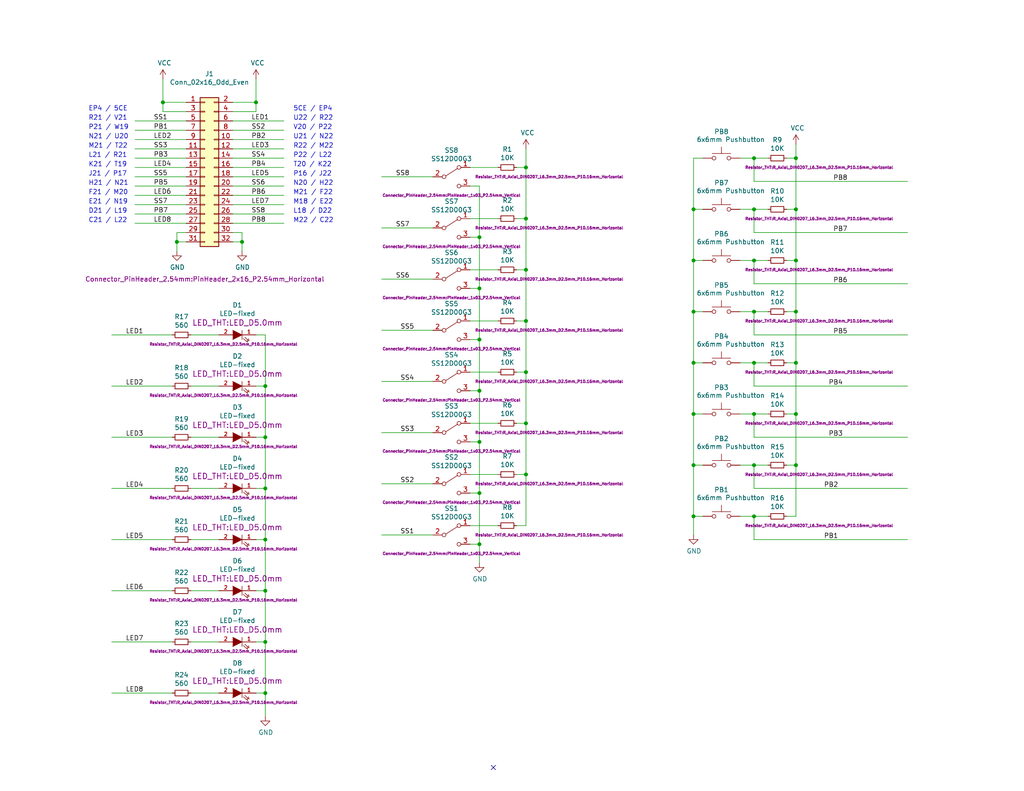
<source format=kicad_sch>
(kicad_sch (version 20211123) (generator eeschema)
  (paper "A")
  (title_block (title "LEDS-SWITCHES_2") (date "2022-05-25") (rev "1") (company "land-boards.com"))
  (lib_symbols
    (symbol "Connector_Generic:Conn_02x16_Odd_Even" (pin_names (offset 1.016) hide)
      (property "Reference" "J" (at 1.27 20.32 0))
      (property "Value" "Conn_02x16_Odd_Even" (at 1.27 -22.86 0))
      (symbol "Conn_02x16_Odd_Even_1_1"
        (rectangle (start -1.27 -20.193) (end 0 -20.447) (stroke (width 0.1524)))
        (rectangle (start -1.27 -17.653) (end 0 -17.907) (stroke (width 0.1524)))
        (rectangle (start -1.27 -15.113) (end 0 -15.367) (stroke (width 0.1524)))
        (rectangle (start -1.27 -12.573) (end 0 -12.827) (stroke (width 0.1524)))
        (rectangle (start -1.27 -10.033) (end 0 -10.287) (stroke (width 0.1524)))
        (rectangle (start -1.27 -7.493) (end 0 -7.747) (stroke (width 0.1524)))
        (rectangle (start -1.27 -4.953) (end 0 -5.207) (stroke (width 0.1524)))
        (rectangle (start -1.27 -2.413) (end 0 -2.667) (stroke (width 0.1524)))
        (rectangle (start -1.27 0.127) (end 0 -0.127) (stroke (width 0.1524)))
        (rectangle (start -1.27 2.667) (end 0 2.413) (stroke (width 0.1524)))
        (rectangle (start -1.27 5.207) (end 0 4.953) (stroke (width 0.1524)))
        (rectangle (start -1.27 7.747) (end 0 7.493) (stroke (width 0.1524)))
        (rectangle (start -1.27 10.287) (end 0 10.033) (stroke (width 0.1524)))
        (rectangle (start -1.27 12.827) (end 0 12.573) (stroke (width 0.1524)))
        (rectangle (start -1.27 15.367) (end 0 15.113) (stroke (width 0.1524)))
        (rectangle (start -1.27 17.907) (end 0 17.653) (stroke (width 0.1524)))
        (rectangle (start -1.27 19.05) (end 3.81 -21.59) (stroke (width 0.254)) (fill (type background)))
        (rectangle (start 3.81 -20.193) (end 2.54 -20.447) (stroke (width 0.1524)))
        (rectangle (start 3.81 -17.653) (end 2.54 -17.907) (stroke (width 0.1524)))
        (rectangle (start 3.81 -15.113) (end 2.54 -15.367) (stroke (width 0.1524)))
        (rectangle (start 3.81 -12.573) (end 2.54 -12.827) (stroke (width 0.1524)))
        (rectangle (start 3.81 -10.033) (end 2.54 -10.287) (stroke (width 0.1524)))
        (rectangle (start 3.81 -7.493) (end 2.54 -7.747) (stroke (width 0.1524)))
        (rectangle (start 3.81 -4.953) (end 2.54 -5.207) (stroke (width 0.1524)))
        (rectangle (start 3.81 -2.413) (end 2.54 -2.667) (stroke (width 0.1524)))
        (rectangle (start 3.81 0.127) (end 2.54 -0.127) (stroke (width 0.1524)))
        (rectangle (start 3.81 2.667) (end 2.54 2.413) (stroke (width 0.1524)))
        (rectangle (start 3.81 5.207) (end 2.54 4.953) (stroke (width 0.1524)))
        (rectangle (start 3.81 7.747) (end 2.54 7.493) (stroke (width 0.1524)))
        (rectangle (start 3.81 10.287) (end 2.54 10.033) (stroke (width 0.1524)))
        (rectangle (start 3.81 12.827) (end 2.54 12.573) (stroke (width 0.1524)))
        (rectangle (start 3.81 15.367) (end 2.54 15.113) (stroke (width 0.1524)))
        (rectangle (start 3.81 17.907) (end 2.54 17.653) (stroke (width 0.1524)))
        (pin passive line (at -5.08 17.78 0) (length 3.81) (name "Pin_1") (number "1"))
        (pin passive line (at 7.62 7.62 180) (length 3.81) (name "Pin_10") (number "10"))
        (pin passive line (at -5.08 5.08 0) (length 3.81) (name "Pin_11") (number "11"))
        (pin passive line (at 7.62 5.08 180) (length 3.81) (name "Pin_12") (number "12"))
        (pin passive line (at -5.08 2.54 0) (length 3.81) (name "Pin_13") (number "13"))
        (pin passive line (at 7.62 2.54 180) (length 3.81) (name "Pin_14") (number "14"))
        (pin passive line (at -5.08 0 0) (length 3.81) (name "Pin_15") (number "15"))
        (pin passive line (at 7.62 0 180) (length 3.81) (name "Pin_16") (number "16"))
        (pin passive line (at -5.08 -2.54 0) (length 3.81) (name "Pin_17") (number "17"))
        (pin passive line (at 7.62 -2.54 180) (length 3.81) (name "Pin_18") (number "18"))
        (pin passive line (at -5.08 -5.08 0) (length 3.81) (name "Pin_19") (number "19"))
        (pin passive line (at 7.62 17.78 180) (length 3.81) (name "Pin_2") (number "2"))
        (pin passive line (at 7.62 -5.08 180) (length 3.81) (name "Pin_20") (number "20"))
        (pin passive line (at -5.08 -7.62 0) (length 3.81) (name "Pin_21") (number "21"))
        (pin passive line (at 7.62 -7.62 180) (length 3.81) (name "Pin_22") (number "22"))
        (pin passive line (at -5.08 -10.16 0) (length 3.81) (name "Pin_23") (number "23"))
        (pin passive line (at 7.62 -10.16 180) (length 3.81) (name "Pin_24") (number "24"))
        (pin passive line (at -5.08 -12.7 0) (length 3.81) (name "Pin_25") (number "25"))
        (pin passive line (at 7.62 -12.7 180) (length 3.81) (name "Pin_26") (number "26"))
        (pin passive line (at -5.08 -15.24 0) (length 3.81) (name "Pin_27") (number "27"))
        (pin passive line (at 7.62 -15.24 180) (length 3.81) (name "Pin_28") (number "28"))
        (pin passive line (at -5.08 -17.78 0) (length 3.81) (name "Pin_29") (number "29"))
        (pin passive line (at -5.08 15.24 0) (length 3.81) (name "Pin_3") (number "3"))
        (pin passive line (at 7.62 -17.78 180) (length 3.81) (name "Pin_30") (number "30"))
        (pin passive line (at -5.08 -20.32 0) (length 3.81) (name "Pin_31") (number "31"))
        (pin passive line (at 7.62 -20.32 180) (length 3.81) (name "Pin_32") (number "32"))
        (pin passive line (at 7.62 15.24 180) (length 3.81) (name "Pin_4") (number "4"))
        (pin passive line (at -5.08 12.7 0) (length 3.81) (name "Pin_5") (number "5"))
        (pin passive line (at 7.62 12.7 180) (length 3.81) (name "Pin_6") (number "6"))
        (pin passive line (at -5.08 10.16 0) (length 3.81) (name "Pin_7") (number "7"))
        (pin passive line (at 7.62 10.16 180) (length 3.81) (name "Pin_8") (number "8"))
        (pin passive line (at -5.08 7.62 0) (length 3.81) (name "Pin_9") (number "9"))
      )
    )
    (symbol "Device:R_Small" (pin_numbers hide) (pin_names (offset 0.254) hide)
      (property "Reference" "R" (at 0.762 0.508 0))
      (property "Value" "R_Small" (at 0.762 -1.016 0))
      (symbol "R_Small_0_1"
        (rectangle (start -0.762 1.778) (end 0.762 -1.778) (stroke (width 0.2032)))
      )
      (symbol "R_Small_1_1"
        (pin passive line (at 0 2.54 270) (length 0.762) (name "~") (number "1"))
        (pin passive line (at 0 -2.54 90) (length 0.762) (name "~") (number "2"))
      )
    )
    (symbol "LandBoards:COUPON" (pin_names (offset 1.016))
      (property "Reference" "COUP?" (at 0 0 0))
      (property "Value" "COUPON" (at 0 0 0))
      (symbol "COUPON_0_1"
        (rectangle (start -5.08 0) (end 5.08 6.35))
      )
    )
    (symbol "LandBoards:MTG_HOLE" (pin_names (offset 1.016))
      (property "Reference" "MTG?" (at 0 2.54 0))
      (property "Value" "MTG_HOLE" (at 0 -2.54 0))
      (symbol "MTG_HOLE_0_1"
        (rectangle (start -1.27 -1.27) (end 1.27 -1.27))
        (rectangle (start -1.27 1.27) (end -1.27 -1.27))
        (rectangle (start 1.27 1.27) (end -1.27 1.27))
        (rectangle (start 1.27 1.27) (end 1.27 -1.27))
      )
    )
    (symbol "LandBoards_Semis:LED-fixed" (pin_names (offset 1.016) hide)
      (property "Reference" "D" (at 0 2.54 0))
      (property "Value" "LED-fixed" (at 0 -2.54 0))
      (symbol "LED-fixed_0_1"
        (polyline (pts (xy 1.27 1.27) (xy 1.27 -1.27)))
        (polyline (pts (xy -1.27 1.27) (xy 1.27 0) (xy -1.27 -1.27)) (fill (type outline)))
        (polyline (pts (xy 1.651 -1.016) (xy 2.794 -2.032) (xy 2.667 -1.397)))
        (polyline (pts (xy 2.032 -0.635) (xy 3.175 -1.651) (xy 3.048 -1.016)))
      )
      (symbol "LED-fixed_1_1"
        (pin passive line (at 5.08 0 180) (length 3.81) (name "K") (number "1"))
        (pin passive line (at -5.08 0 0) (length 3.81) (name "A") (number "2"))
      )
    )
    (symbol "Switch:SW_Push" (pin_numbers hide) (pin_names (offset 1.016) hide)
      (property "Reference" "SW" (at 1.27 2.54 0))
      (property "Value" "SW_Push" (at 0 -1.524 0))
      (symbol "SW_Push_0_1"
        (circle (center -2.032 0) (radius 0.508))
        (polyline (pts (xy 0 1.27) (xy 0 3.048)))
        (polyline (pts (xy 2.54 1.27) (xy -2.54 1.27)))
        (circle (center 2.032 0) (radius 0.508))
        (pin passive line (at -5.08 0 0) (length 2.54) (name "1") (number "1"))
        (pin passive line (at 5.08 0 180) (length 2.54) (name "2") (number "2"))
      )
    )
    (symbol "Switch:SW_SPDT" (pin_names (offset 0) hide)
      (property "Reference" "SW" (at 0 4.318 0))
      (property "Value" "SW_SPDT" (at 0 -5.08 0))
      (symbol "SW_SPDT_0_0"
        (circle (center -2.032 0) (radius 0.508))
        (circle (center 2.032 -2.54) (radius 0.508))
      )
      (symbol "SW_SPDT_0_1"
        (polyline (pts (xy -1.524 0.254) (xy 1.651 2.286)))
        (circle (center 2.032 2.54) (radius 0.508))
      )
      (symbol "SW_SPDT_1_1"
        (pin passive line (at 5.08 2.54 180) (length 2.54) (name "A") (number "1"))
        (pin passive line (at -5.08 0 0) (length 2.54) (name "B") (number "2"))
        (pin passive line (at 5.08 -2.54 180) (length 2.54) (name "C") (number "3"))
      )
    )
    (symbol "power:GND" (power) (pin_names (offset 0))
      (property "Value" "GND" (at 0 -3.81 0))
      (symbol "GND_0_1"
        (polyline (pts (xy 0 0) (xy 0 -1.27) (xy 1.27 -1.27) (xy 0 -2.54) (xy -1.27 -1.27) (xy 0 -1.27)))
      )
      (symbol "GND_1_1"
        (pin power_in line (at 0 0 270) (length 0) hide (name "GND") (number "1"))
      )
    )
    (symbol "power:VCC" (power) (pin_names (offset 0))
      (property "Value" "VCC" (at 0 3.81 0))
      (symbol "VCC_0_1"
        (polyline (pts (xy -0.762 1.27) (xy 0 2.54)))
        (polyline (pts (xy 0 0) (xy 0 2.54)))
        (polyline (pts (xy 0 2.54) (xy 0.762 1.27)))
      )
      (symbol "VCC_1_1"
        (pin power_in line (at 0 0 90) (length 0) hide (name "VCC") (number "1"))
      )
    )
  )
  (junction (at 189.23 140.97))
  (junction (at 72.39 175.26))
  (junction (at 217.17 127))
  (junction (at 205.74 140.97))
  (junction (at 189.23 113.03))
  (junction (at 143.51 115.57))
  (junction (at 44.45 27.94))
  (junction (at 72.39 189.23))
  (junction (at 69.85 27.94))
  (junction (at 217.17 99.06))
  (junction (at 143.51 87.63))
  (junction (at 189.23 99.06))
  (junction (at 205.74 43.18))
  (junction (at 130.81 92.71))
  (junction (at 205.74 71.12))
  (junction (at 217.17 85.09))
  (junction (at 217.17 71.12))
  (junction (at 205.74 85.09))
  (junction (at 72.39 161.29))
  (junction (at 48.26 66.04))
  (junction (at 217.17 113.03))
  (junction (at 205.74 99.06))
  (junction (at 72.39 133.35))
  (junction (at 130.81 64.77))
  (junction (at 143.51 73.66))
  (junction (at 189.23 85.09))
  (junction (at 217.17 43.18))
  (junction (at 72.39 119.38))
  (junction (at 130.81 134.62))
  (junction (at 143.51 129.54))
  (junction (at 189.23 127))
  (junction (at 143.51 45.72))
  (junction (at 72.39 147.32))
  (junction (at 130.81 106.68))
  (junction (at 205.74 127))
  (junction (at 217.17 57.15))
  (junction (at 130.81 78.74))
  (junction (at 189.23 57.15))
  (junction (at 130.81 148.59))
  (junction (at 130.81 120.65))
  (junction (at 66.04 66.04))
  (junction (at 72.39 105.41))
  (junction (at 143.51 59.69))
  (junction (at 189.23 71.12))
  (junction (at 143.51 101.6))
  (junction (at 205.74 57.15))
  (junction (at 205.74 113.03))
  (no_connect (at 134.62 209.55))
  (wire (pts (xy 140.97 87.63) (xy 143.51 87.63)))
  (wire (pts (xy 217.17 113.03) (xy 217.17 99.06)))
  (wire (pts (xy 130.81 148.59) (xy 130.81 153.67)))
  (wire (pts (xy 189.23 99.06) (xy 189.23 85.09)))
  (wire (pts (xy 143.51 73.66) (xy 143.51 59.69)))
  (wire (pts (xy 189.23 57.15) (xy 191.77 57.15)))
  (wire (pts (xy 128.27 64.77) (xy 130.81 64.77)))
  (wire (pts (xy 130.81 50.8) (xy 130.81 64.77)))
  (wire (pts (xy 118.11 62.23) (xy 104.14 62.23)))
  (wire (pts (xy 50.8 38.1) (xy 36.83 38.1)))
  (wire (pts (xy 104.14 132.08) (xy 118.11 132.08)))
  (wire (pts (xy 201.93 85.09) (xy 205.74 85.09)))
  (wire (pts (xy 205.74 99.06) (xy 205.74 105.41)))
  (wire (pts (xy 72.39 175.26) (xy 72.39 161.29)))
  (wire (pts (xy 140.97 143.51) (xy 143.51 143.51)))
  (wire (pts (xy 30.48 175.26) (xy 46.99 175.26)))
  (wire (pts (xy 205.74 43.18) (xy 209.55 43.18)))
  (wire (pts (xy 72.39 195.58) (xy 72.39 189.23)))
  (wire (pts (xy 201.93 113.03) (xy 205.74 113.03)))
  (wire (pts (xy 205.74 140.97) (xy 209.55 140.97)))
  (wire (pts (xy 205.74 105.41) (xy 247.65 105.41)))
  (wire (pts (xy 217.17 99.06) (xy 217.17 85.09)))
  (wire (pts (xy 201.93 99.06) (xy 205.74 99.06)))
  (wire (pts (xy 52.07 175.26) (xy 59.69 175.26)))
  (wire (pts (xy 52.07 91.44) (xy 59.69 91.44)))
  (wire (pts (xy 205.74 77.47) (xy 205.74 71.12)))
  (wire (pts (xy 189.23 113.03) (xy 189.23 99.06)))
  (wire (pts (xy 36.83 50.8) (xy 50.8 50.8)))
  (wire (pts (xy 63.5 60.96) (xy 77.47 60.96)))
  (wire (pts (xy 214.63 140.97) (xy 217.17 140.97)))
  (wire (pts (xy 36.83 53.34) (xy 50.8 53.34)))
  (wire (pts (xy 214.63 113.03) (xy 217.17 113.03)))
  (wire (pts (xy 72.39 147.32) (xy 72.39 133.35)))
  (wire (pts (xy 130.81 134.62) (xy 130.81 148.59)))
  (wire (pts (xy 50.8 30.48) (xy 44.45 30.48)))
  (wire (pts (xy 189.23 43.18) (xy 191.77 43.18)))
  (wire (pts (xy 77.47 35.56) (xy 63.5 35.56)))
  (wire (pts (xy 77.47 38.1) (xy 63.5 38.1)))
  (wire (pts (xy 69.85 147.32) (xy 72.39 147.32)))
  (wire (pts (xy 140.97 101.6) (xy 143.51 101.6)))
  (wire (pts (xy 52.07 161.29) (xy 59.69 161.29)))
  (wire (pts (xy 52.07 133.35) (xy 59.69 133.35)))
  (wire (pts (xy 189.23 146.05) (xy 189.23 140.97)))
  (wire (pts (xy 63.5 50.8) (xy 77.47 50.8)))
  (wire (pts (xy 247.65 133.35) (xy 205.74 133.35)))
  (wire (pts (xy 69.85 161.29) (xy 72.39 161.29)))
  (wire (pts (xy 69.85 91.44) (xy 72.39 91.44)))
  (wire (pts (xy 118.11 90.17) (xy 104.14 90.17)))
  (wire (pts (xy 140.97 45.72) (xy 143.51 45.72)))
  (wire (pts (xy 189.23 85.09) (xy 191.77 85.09)))
  (wire (pts (xy 128.27 148.59) (xy 130.81 148.59)))
  (wire (pts (xy 50.8 66.04) (xy 48.26 66.04)))
  (wire (pts (xy 69.85 133.35) (xy 72.39 133.35)))
  (wire (pts (xy 189.23 113.03) (xy 191.77 113.03)))
  (wire (pts (xy 30.48 161.29) (xy 46.99 161.29)))
  (wire (pts (xy 143.51 129.54) (xy 143.51 115.57)))
  (wire (pts (xy 36.83 48.26) (xy 50.8 48.26)))
  (wire (pts (xy 214.63 99.06) (xy 217.17 99.06)))
  (wire (pts (xy 247.65 77.47) (xy 205.74 77.47)))
  (wire (pts (xy 77.47 40.64) (xy 63.5 40.64)))
  (wire (pts (xy 50.8 27.94) (xy 44.45 27.94)))
  (wire (pts (xy 201.93 140.97) (xy 205.74 140.97)))
  (wire (pts (xy 205.74 91.44) (xy 205.74 85.09)))
  (wire (pts (xy 128.27 87.63) (xy 135.89 87.63)))
  (wire (pts (xy 63.5 48.26) (xy 77.47 48.26)))
  (wire (pts (xy 140.97 129.54) (xy 143.51 129.54)))
  (wire (pts (xy 189.23 140.97) (xy 189.23 127)))
  (wire (pts (xy 46.99 119.38) (xy 30.48 119.38)))
  (wire (pts (xy 59.69 147.32) (xy 52.07 147.32)))
  (wire (pts (xy 69.85 119.38) (xy 72.39 119.38)))
  (wire (pts (xy 217.17 140.97) (xy 217.17 127)))
  (wire (pts (xy 130.81 78.74) (xy 130.81 92.71)))
  (wire (pts (xy 69.85 105.41) (xy 72.39 105.41)))
  (wire (pts (xy 50.8 35.56) (xy 36.83 35.56)))
  (wire (pts (xy 72.39 161.29) (xy 72.39 147.32)))
  (wire (pts (xy 214.63 127) (xy 217.17 127)))
  (wire (pts (xy 36.83 55.88) (xy 50.8 55.88)))
  (wire (pts (xy 128.27 115.57) (xy 135.89 115.57)))
  (wire (pts (xy 130.81 106.68) (xy 130.81 120.65)))
  (wire (pts (xy 52.07 105.41) (xy 59.69 105.41)))
  (wire (pts (xy 214.63 57.15) (xy 217.17 57.15)))
  (wire (pts (xy 63.5 30.48) (xy 69.85 30.48)))
  (wire (pts (xy 30.48 147.32) (xy 46.99 147.32)))
  (wire (pts (xy 50.8 40.64) (xy 36.83 40.64)))
  (wire (pts (xy 36.83 60.96) (xy 50.8 60.96)))
  (wire (pts (xy 50.8 33.02) (xy 36.83 33.02)))
  (wire (pts (xy 143.51 101.6) (xy 143.51 87.63)))
  (wire (pts (xy 63.5 58.42) (xy 77.47 58.42)))
  (wire (pts (xy 46.99 91.44) (xy 30.48 91.44)))
  (wire (pts (xy 189.23 127) (xy 189.23 113.03)))
  (wire (pts (xy 128.27 106.68) (xy 130.81 106.68)))
  (wire (pts (xy 201.93 71.12) (xy 205.74 71.12)))
  (wire (pts (xy 247.65 147.32) (xy 205.74 147.32)))
  (wire (pts (xy 50.8 45.72) (xy 36.83 45.72)))
  (wire (pts (xy 128.27 73.66) (xy 135.89 73.66)))
  (wire (pts (xy 66.04 63.5) (xy 66.04 66.04)))
  (wire (pts (xy 247.65 49.53) (xy 205.74 49.53)))
  (wire (pts (xy 46.99 133.35) (xy 30.48 133.35)))
  (wire (pts (xy 69.85 175.26) (xy 72.39 175.26)))
  (wire (pts (xy 128.27 129.54) (xy 135.89 129.54)))
  (wire (pts (xy 128.27 120.65) (xy 130.81 120.65)))
  (wire (pts (xy 214.63 85.09) (xy 217.17 85.09)))
  (wire (pts (xy 30.48 189.23) (xy 46.99 189.23)))
  (wire (pts (xy 128.27 78.74) (xy 130.81 78.74)))
  (wire (pts (xy 247.65 91.44) (xy 205.74 91.44)))
  (wire (pts (xy 63.5 55.88) (xy 77.47 55.88)))
  (wire (pts (xy 140.97 115.57) (xy 143.51 115.57)))
  (wire (pts (xy 189.23 57.15) (xy 189.23 43.18)))
  (wire (pts (xy 72.39 119.38) (xy 72.39 105.41)))
  (wire (pts (xy 77.47 43.18) (xy 63.5 43.18)))
  (wire (pts (xy 72.39 133.35) (xy 72.39 119.38)))
  (wire (pts (xy 69.85 30.48) (xy 69.85 27.94)))
  (wire (pts (xy 189.23 140.97) (xy 191.77 140.97)))
  (wire (pts (xy 205.74 147.32) (xy 205.74 140.97)))
  (wire (pts (xy 50.8 63.5) (xy 48.26 63.5)))
  (wire (pts (xy 128.27 59.69) (xy 135.89 59.69)))
  (wire (pts (xy 205.74 57.15) (xy 209.55 57.15)))
  (wire (pts (xy 128.27 134.62) (xy 130.81 134.62)))
  (wire (pts (xy 130.81 64.77) (xy 130.81 78.74)))
  (wire (pts (xy 128.27 45.72) (xy 135.89 45.72)))
  (wire (pts (xy 130.81 92.71) (xy 130.81 106.68)))
  (wire (pts (xy 217.17 43.18) (xy 217.17 39.37)))
  (wire (pts (xy 143.51 143.51) (xy 143.51 129.54)))
  (wire (pts (xy 214.63 71.12) (xy 217.17 71.12)))
  (wire (pts (xy 72.39 105.41) (xy 72.39 91.44)))
  (wire (pts (xy 217.17 85.09) (xy 217.17 71.12)))
  (wire (pts (xy 217.17 71.12) (xy 217.17 57.15)))
  (wire (pts (xy 118.11 48.26) (xy 104.14 48.26)))
  (wire (pts (xy 77.47 45.72) (xy 63.5 45.72)))
  (wire (pts (xy 205.74 71.12) (xy 209.55 71.12)))
  (wire (pts (xy 128.27 50.8) (xy 130.81 50.8)))
  (wire (pts (xy 36.83 58.42) (xy 50.8 58.42)))
  (wire (pts (xy 205.74 133.35) (xy 205.74 127)))
  (wire (pts (xy 143.51 45.72) (xy 143.51 40.64)))
  (wire (pts (xy 140.97 59.69) (xy 143.51 59.69)))
  (wire (pts (xy 63.5 63.5) (xy 66.04 63.5)))
  (wire (pts (xy 205.74 57.15) (xy 205.74 63.5)))
  (wire (pts (xy 189.23 85.09) (xy 189.23 71.12)))
  (wire (pts (xy 128.27 143.51) (xy 135.89 143.51)))
  (wire (pts (xy 63.5 27.94) (xy 69.85 27.94)))
  (wire (pts (xy 69.85 189.23) (xy 72.39 189.23)))
  (wire (pts (xy 77.47 33.02) (xy 63.5 33.02)))
  (wire (pts (xy 217.17 57.15) (xy 217.17 43.18)))
  (wire (pts (xy 104.14 118.11) (xy 118.11 118.11)))
  (wire (pts (xy 205.74 127) (xy 209.55 127)))
  (wire (pts (xy 118.11 76.2) (xy 104.14 76.2)))
  (wire (pts (xy 143.51 115.57) (xy 143.51 101.6)))
  (wire (pts (xy 205.74 49.53) (xy 205.74 43.18)))
  (wire (pts (xy 52.07 189.23) (xy 59.69 189.23)))
  (wire (pts (xy 72.39 189.23) (xy 72.39 175.26)))
  (wire (pts (xy 205.74 63.5) (xy 247.65 63.5)))
  (wire (pts (xy 205.74 113.03) (xy 209.55 113.03)))
  (wire (pts (xy 50.8 43.18) (xy 36.83 43.18)))
  (wire (pts (xy 189.23 99.06) (xy 191.77 99.06)))
  (wire (pts (xy 128.27 101.6) (xy 135.89 101.6)))
  (wire (pts (xy 247.65 119.38) (xy 205.74 119.38)))
  (wire (pts (xy 201.93 43.18) (xy 205.74 43.18)))
  (wire (pts (xy 52.07 119.38) (xy 59.69 119.38)))
  (wire (pts (xy 66.04 66.04) (xy 66.04 68.58)))
  (wire (pts (xy 189.23 127) (xy 191.77 127)))
  (wire (pts (xy 201.93 57.15) (xy 205.74 57.15)))
  (wire (pts (xy 205.74 99.06) (xy 209.55 99.06)))
  (wire (pts (xy 140.97 73.66) (xy 143.51 73.66)))
  (wire (pts (xy 48.26 63.5) (xy 48.26 66.04)))
  (wire (pts (xy 44.45 30.48) (xy 44.45 27.94)))
  (wire (pts (xy 217.17 127) (xy 217.17 113.03)))
  (wire (pts (xy 205.74 119.38) (xy 205.74 113.03)))
  (wire (pts (xy 69.85 27.94) (xy 69.85 21.59)))
  (wire (pts (xy 205.74 85.09) (xy 209.55 85.09)))
  (wire (pts (xy 189.23 71.12) (xy 191.77 71.12)))
  (wire (pts (xy 143.51 59.69) (xy 143.51 45.72)))
  (wire (pts (xy 128.27 92.71) (xy 130.81 92.71)))
  (wire (pts (xy 104.14 146.05) (xy 118.11 146.05)))
  (wire (pts (xy 104.14 104.14) (xy 118.11 104.14)))
  (wire (pts (xy 46.99 105.41) (xy 30.48 105.41)))
  (wire (pts (xy 63.5 53.34) (xy 77.47 53.34)))
  (wire (pts (xy 63.5 66.04) (xy 66.04 66.04)))
  (wire (pts (xy 201.93 127) (xy 205.74 127)))
  (wire (pts (xy 44.45 27.94) (xy 44.45 21.59)))
  (wire (pts (xy 48.26 66.04) (xy 48.26 68.58)))
  (wire (pts (xy 130.81 120.65) (xy 130.81 134.62)))
  (wire (pts (xy 143.51 87.63) (xy 143.51 73.66)))
  (wire (pts (xy 189.23 71.12) (xy 189.23 57.15)))
  (wire (pts (xy 214.63 43.18) (xy 217.17 43.18)))
  (text "EP4 / 5CE" (at 24.13 30.48 0) (effects (font (size 1.27 1.27)) (justify left bottom)))
  (text "M21 / F22" (at 80.01 53.34 0) (effects (font (size 1.27 1.27)) (justify left bottom)))
  (text "K21 / T19" (at 24.13 45.72 0) (effects (font (size 1.27 1.27)) (justify left bottom)))
  (text "M18 / E22" (at 80.01 55.88 0) (effects (font (size 1.27 1.27)) (justify left bottom)))
  (text "J21 / P17" (at 24.13 48.26 0) (effects (font (size 1.27 1.27)) (justify left bottom)))
  (text "P16 / J22" (at 80.01 48.26 0) (effects (font (size 1.27 1.27)) (justify left bottom)))
  (text "N20 / H22" (at 80.01 50.8 0) (effects (font (size 1.27 1.27)) (justify left bottom)))
  (text "L18 / D22" (at 80.01 58.42 0) (effects (font (size 1.27 1.27)) (justify left bottom)))
  (text "M22 / C22" (at 80.01 60.96 0) (effects (font (size 1.27 1.27)) (justify left bottom)))
  (text "P21 / W19" (at 24.13 35.56 0) (effects (font (size 1.27 1.27)) (justify left bottom)))
  (text "F21 / M20" (at 24.13 53.34 0) (effects (font (size 1.27 1.27)) (justify left bottom)))
  (text "5CE / EP4" (at 80.01 30.48 0) (effects (font (size 1.27 1.27)) (justify left bottom)))
  (text "E21 / N19" (at 24.13 55.88 0) (effects (font (size 1.27 1.27)) (justify left bottom)))
  (text "N21 / U20" (at 24.13 38.1 0) (effects (font (size 1.27 1.27)) (justify left bottom)))
  (text "M21 / T22" (at 24.13 40.64 0) (effects (font (size 1.27 1.27)) (justify left bottom)))
  (text "R21 / V21" (at 24.13 33.02 0) (effects (font (size 1.27 1.27)) (justify left bottom)))
  (text "U22 / R22" (at 80.01 33.02 0) (effects (font (size 1.27 1.27)) (justify left bottom)))
  (text "U21 / N22" (at 80.01 38.1 0) (effects (font (size 1.27 1.27)) (justify left bottom)))
  (text "L21 / R21" (at 24.13 43.18 0) (effects (font (size 1.27 1.27)) (justify left bottom)))
  (text "R22 / M22" (at 80.01 40.64 0) (effects (font (size 1.27 1.27)) (justify left bottom)))
  (text "T20 / K22" (at 80.01 45.72 0) (effects (font (size 1.27 1.27)) (justify left bottom)))
  (text "V20 / P22" (at 80.01 35.56 0) (effects (font (size 1.27 1.27)) (justify left bottom)))
  (text "P22 / L22" (at 80.01 43.18 0) (effects (font (size 1.27 1.27)) (justify left bottom)))
  (text "C21 / L22" (at 24.13 60.96 0) (effects (font (size 1.27 1.27)) (justify left bottom)))
  (text "D21 / L19" (at 24.13 58.42 0) (effects (font (size 1.27 1.27)) (justify left bottom)))
  (text "H21 / N21" (at 24.13 50.8 0) (effects (font (size 1.27 1.27)) (justify left bottom)))
  (label "LED2" (at 41.91 38.1 0))
  (label "SS4" (at 68.58 43.18 0))
  (label "SS3" (at 41.91 40.64 0))
  (label "PB5" (at 41.91 50.8 0))
  (label "LED2" (at 34.29 105.41 0))
  (label "PB3" (at 41.91 43.18 0))
  (label "PB6" (at 68.58 53.34 0))
  (label "SS4" (at 109.22 104.14 0))
  (label "PB4" (at 68.58 45.72 0))
  (label "PB2" (at 224.79 133.35 0))
  (label "SS8" (at 107.95 48.26 0))
  (label "LED1" (at 68.58 33.02 0))
  (label "LED6" (at 34.29 161.29 0))
  (label "SS1" (at 109.22 146.05 0))
  (label "LED1" (at 34.29 91.44 0))
  (label "LED5" (at 68.58 48.26 0))
  (label "SS8" (at 68.58 58.42 0))
  (label "LED8" (at 34.29 189.23 0))
  (label "LED8" (at 41.91 60.96 0))
  (label "SS6" (at 107.95 76.2 0))
  (label "LED7" (at 34.29 175.26 0))
  (label "PB2" (at 68.58 38.1 0))
  (label "SS1" (at 41.91 33.02 0))
  (label "PB5" (at 227.33 91.44 0))
  (label "SS2" (at 109.22 132.08 0))
  (label "PB7" (at 41.91 58.42 0))
  (label "SS7" (at 41.91 55.88 0))
  (label "LED3" (at 68.58 40.64 0))
  (label "SS5" (at 41.91 48.26 0))
  (label "LED5" (at 34.29 147.32 0))
  (label "PB6" (at 227.33 77.47 0))
  (label "PB4" (at 226.06 105.41 0))
  (label "PB8" (at 68.58 60.96 0))
  (label "SS5" (at 109.22 90.17 0))
  (label "SS3" (at 109.22 118.11 0))
  (label "SS7" (at 107.95 62.23 0))
  (label "PB1" (at 41.91 35.56 0))
  (label "LED3" (at 34.29 119.38 0))
  (label "LED4" (at 34.29 133.35 0))
  (label "PB3" (at 226.06 119.38 0))
  (label "SS6" (at 68.58 50.8 0))
  (label "PB8" (at 227.33 49.53 0))
  (label "LED4" (at 41.91 45.72 0))
  (label "SS2" (at 68.58 35.56 0))
  (label "LED7" (at 68.58 55.88 0))
  (label "PB7" (at 227.33 63.5 0))
  (label "PB1" (at 224.79 147.32 0))
  (label "LED6" (at 41.91 53.34 0))
  (symbol (lib_id "LandBoards:MTG_HOLE") (at 287.02 254 0) (unit 1)
    (property "Reference" "MTG?1" (at 287.02 251.46 0) (effects (font (size 1.524 1.524))))
    (property "Value" "MTG_HOLE" (at 287.02 256.54 0) (effects (font (size 1.524 1.524))))
    (property "Footprint" "LandBoards_MountHoles:MTG-6-32" (at 287.02 254 0) (effects (font (size 1.524 1.524))))
  )
  (symbol (lib_id "LandBoards:MTG_HOLE") (at 287.02 246.38 0) (unit 1)
    (property "Reference" "MTG2" (at 287.02 243.84 0) (effects (font (size 1.524 1.524))))
    (property "Value" "MTG_HOLE" (at 287.02 248.92 0) (effects (font (size 1.524 1.524))))
    (property "Footprint" "LandBoards_MountHoles:MTG-6-32" (at 287.02 246.38 0) (effects (font (size 1.524 1.524))))
  )
  (symbol (lib_id "LandBoards:MTG_HOLE") (at 287.02 261.62 0) (unit 1)
    (property "Reference" "MTG3" (at 287.02 259.08 0) (effects (font (size 1.524 1.524))))
    (property "Value" "MTG_HOLE" (at 287.02 264.16 0) (effects (font (size 1.524 1.524))))
    (property "Footprint" "LandBoards_MountHoles:MTG-6-32" (at 287.02 261.62 0) (effects (font (size 1.524 1.524))))
  )
  (symbol (lib_id "LandBoards:MTG_HOLE") (at 287.02 238.76 0) (unit 1)
    (property "Reference" "MTG1" (at 287.02 236.22 0) (effects (font (size 1.524 1.524))))
    (property "Value" "MTG_HOLE" (at 287.02 241.3 0) (effects (font (size 1.524 1.524))))
    (property "Footprint" "LandBoards_MountHoles:MTG-6-32" (at 287.02 238.76 0) (effects (font (size 1.524 1.524))))
  )
  (symbol (lib_id "LandBoards:COUPON") (at 242.57 257.81 0) (unit 1)
    (property "Reference" "TEST1" (at 242.57 250.19 0) (effects (font (size 1.524 1.524))))
    (property "Value" "COUPON" (at 242.57 259.08 0) (effects (font (size 1.524 1.524))))
    (property "Footprint" "LandBoards_Marking:TEST_BLK-REAR" (at 242.57 261.62 0) (effects (font (size 1.524 1.524))))
  )
  (symbol (lib_id "Switch:SW_SPDT") (at 123.19 48.26 0) (unit 1)
    (property "Reference" "SS8" (at 123.19 41.021 0))
    (property "Value" "SS12D00G3" (at 123.19 43.3324 0))
    (property "Footprint" "Connector_PinHeader_2.54mm:PinHeader_1x03_P2.54mm_Vertical" (at 123.19 53.34 0) (effects (font (size 0.762 0.762))))
    (property "Datasheet" "https://www.ebay.com/sch/i.html?_from=R40&_trksid=p2334524.m570.l1313&_nkw=slide+switch+ss12d00g3&_sacat=0&LH_TitleDesc=0&LH_FS=1&_odkw=slide+switch+ss12d00g4&_osacat=0&_sop=15" (effects hide))
  )
  (symbol (lib_id "Device:R_Small") (at 49.53 91.44 270) (unit 1)
    (property "Reference" "R17" (at 49.53 86.4616 90))
    (property "Value" "560" (at 49.53 88.773 90))
    (property "Footprint" "Resistor_THT:R_Axial_DIN0207_L6.3mm_D2.5mm_P10.16mm_Horizontal" (at 60.96 93.98 90) (effects (font (size 0.762 0.762))))
  )
  (symbol (lib_id "Device:R_Small") (at 49.53 105.41 270) (unit 1)
    (property "Reference" "R18" (at 49.53 100.4316 90))
    (property "Value" "560" (at 49.53 102.743 90))
    (property "Footprint" "Resistor_THT:R_Axial_DIN0207_L6.3mm_D2.5mm_P10.16mm_Horizontal" (at 60.96 107.95 90) (effects (font (size 0.762 0.762))))
  )
  (symbol (lib_id "Device:R_Small") (at 49.53 119.38 270) (unit 1)
    (property "Reference" "R19" (at 49.53 114.4016 90))
    (property "Value" "560" (at 49.53 116.713 90))
    (property "Footprint" "Resistor_THT:R_Axial_DIN0207_L6.3mm_D2.5mm_P10.16mm_Horizontal" (at 60.96 121.92 90) (effects (font (size 0.762 0.762))))
  )
  (symbol (lib_id "Device:R_Small") (at 49.53 133.35 270) (unit 1)
    (property "Reference" "R20" (at 49.53 128.3716 90))
    (property "Value" "560" (at 49.53 130.683 90))
    (property "Footprint" "Resistor_THT:R_Axial_DIN0207_L6.3mm_D2.5mm_P10.16mm_Horizontal" (at 60.96 135.89 90) (effects (font (size 0.762 0.762))))
  )
  (symbol (lib_id "Device:R_Small") (at 49.53 147.32 270) (unit 1)
    (property "Reference" "R21" (at 49.53 142.3416 90))
    (property "Value" "560" (at 49.53 144.653 90))
    (property "Footprint" "Resistor_THT:R_Axial_DIN0207_L6.3mm_D2.5mm_P10.16mm_Horizontal" (at 60.96 149.86 90) (effects (font (size 0.762 0.762))))
  )
  (symbol (lib_id "Device:R_Small") (at 49.53 161.29 270) (unit 1)
    (property "Reference" "R22" (at 49.53 156.3116 90))
    (property "Value" "560" (at 49.53 158.623 90))
    (property "Footprint" "Resistor_THT:R_Axial_DIN0207_L6.3mm_D2.5mm_P10.16mm_Horizontal" (at 60.96 163.83 90) (effects (font (size 0.762 0.762))))
  )
  (symbol (lib_id "Device:R_Small") (at 49.53 175.26 270) (unit 1)
    (property "Reference" "R23" (at 49.53 170.2816 90))
    (property "Value" "560" (at 49.53 172.593 90))
    (property "Footprint" "Resistor_THT:R_Axial_DIN0207_L6.3mm_D2.5mm_P10.16mm_Horizontal" (at 60.96 177.8 90) (effects (font (size 0.762 0.762))))
  )
  (symbol (lib_id "Device:R_Small") (at 49.53 189.23 270) (unit 1)
    (property "Reference" "R24" (at 49.53 184.2516 90))
    (property "Value" "560" (at 49.53 186.563 90))
    (property "Footprint" "Resistor_THT:R_Axial_DIN0207_L6.3mm_D2.5mm_P10.16mm_Horizontal" (at 60.96 191.77 90) (effects (font (size 0.762 0.762))))
  )
  (symbol (lib_id "Device:R_Small") (at 138.43 45.72 270) (unit 1)
    (property "Reference" "R1" (at 138.43 40.7416 90))
    (property "Value" "10K" (at 138.43 43.053 90))
    (property "Footprint" "Resistor_THT:R_Axial_DIN0207_L6.3mm_D2.5mm_P10.16mm_Horizontal" (at 149.86 48.26 90) (effects (font (size 0.762 0.762))))
  )
  (symbol (lib_id "Switch:SW_SPDT") (at 123.19 62.23 0) (unit 1)
    (property "Reference" "SS7" (at 123.19 54.991 0))
    (property "Value" "SS12D00G3" (at 123.19 57.3024 0))
    (property "Footprint" "Connector_PinHeader_2.54mm:PinHeader_1x03_P2.54mm_Vertical" (at 123.19 67.31 0) (effects (font (size 0.762 0.762))))
    (property "Datasheet" "https://www.ebay.com/sch/i.html?_from=R40&_trksid=p2334524.m570.l1313&_nkw=slide+switch+ss12d00g3&_sacat=0&LH_TitleDesc=0&LH_FS=1&_odkw=slide+switch+ss12d00g4&_osacat=0&_sop=15" (effects hide))
  )
  (symbol (lib_id "Switch:SW_SPDT") (at 123.19 76.2 0) (unit 1)
    (property "Reference" "SS6" (at 123.19 68.961 0))
    (property "Value" "SS12D00G3" (at 123.19 71.2724 0))
    (property "Footprint" "Connector_PinHeader_2.54mm:PinHeader_1x03_P2.54mm_Vertical" (at 123.19 81.28 0) (effects (font (size 0.762 0.762))))
    (property "Datasheet" "https://www.ebay.com/sch/i.html?_from=R40&_trksid=p2334524.m570.l1313&_nkw=slide+switch+ss12d00g3&_sacat=0&LH_TitleDesc=0&LH_FS=1&_odkw=slide+switch+ss12d00g4&_osacat=0&_sop=15" (effects hide))
  )
  (symbol (lib_id "Switch:SW_SPDT") (at 123.19 90.17 0) (unit 1)
    (property "Reference" "SS5" (at 123.19 82.931 0))
    (property "Value" "SS12D00G3" (at 123.19 85.2424 0))
    (property "Footprint" "Connector_PinHeader_2.54mm:PinHeader_1x03_P2.54mm_Vertical" (at 123.19 95.25 0) (effects (font (size 0.762 0.762))))
    (property "Datasheet" "https://www.ebay.com/sch/i.html?_from=R40&_trksid=p2334524.m570.l1313&_nkw=slide+switch+ss12d00g3&_sacat=0&LH_TitleDesc=0&LH_FS=1&_odkw=slide+switch+ss12d00g4&_osacat=0&_sop=15" (effects hide))
  )
  (symbol (lib_id "Switch:SW_SPDT") (at 123.19 104.14 0) (unit 1)
    (property "Reference" "SS4" (at 123.19 96.901 0))
    (property "Value" "SS12D00G3" (at 123.19 99.2124 0))
    (property "Footprint" "Connector_PinHeader_2.54mm:PinHeader_1x03_P2.54mm_Vertical" (at 123.19 109.22 0) (effects (font (size 0.762 0.762))))
    (property "Datasheet" "https://www.ebay.com/sch/i.html?_from=R40&_trksid=p2334524.m570.l1313&_nkw=slide+switch+ss12d00g3&_sacat=0&LH_TitleDesc=0&LH_FS=1&_odkw=slide+switch+ss12d00g4&_osacat=0&_sop=15" (effects hide))
  )
  (symbol (lib_id "Switch:SW_SPDT") (at 123.19 118.11 0) (unit 1)
    (property "Reference" "SS3" (at 123.19 110.871 0))
    (property "Value" "SS12D00G3" (at 123.19 113.1824 0))
    (property "Footprint" "Connector_PinHeader_2.54mm:PinHeader_1x03_P2.54mm_Vertical" (at 123.19 123.19 0) (effects (font (size 0.762 0.762))))
    (property "Datasheet" "https://www.ebay.com/sch/i.html?_from=R40&_trksid=p2334524.m570.l1313&_nkw=slide+switch+ss12d00g3&_sacat=0&LH_TitleDesc=0&LH_FS=1&_odkw=slide+switch+ss12d00g4&_osacat=0&_sop=15" (effects hide))
  )
  (symbol (lib_id "Switch:SW_SPDT") (at 123.19 132.08 0) (unit 1)
    (property "Reference" "SS2" (at 123.19 124.841 0))
    (property "Value" "SS12D00G3" (at 123.19 127.1524 0))
    (property "Footprint" "Connector_PinHeader_2.54mm:PinHeader_1x03_P2.54mm_Vertical" (at 123.19 137.16 0) (effects (font (size 0.762 0.762))))
    (property "Datasheet" "https://www.ebay.com/sch/i.html?_from=R40&_trksid=p2334524.m570.l1313&_nkw=slide+switch+ss12d00g3&_sacat=0&LH_TitleDesc=0&LH_FS=1&_odkw=slide+switch+ss12d00g4&_osacat=0&_sop=15" (effects hide))
  )
  (symbol (lib_id "Switch:SW_SPDT") (at 123.19 146.05 0) (unit 1)
    (property "Reference" "SS1" (at 123.19 138.811 0))
    (property "Value" "SS12D00G3" (at 123.19 141.1224 0))
    (property "Footprint" "Connector_PinHeader_2.54mm:PinHeader_1x03_P2.54mm_Vertical" (at 123.19 151.13 0) (effects (font (size 0.762 0.762))))
    (property "Datasheet" "https://www.ebay.com/sch/i.html?_from=R40&_trksid=p2334524.m570.l1313&_nkw=slide+switch+ss12d00g3&_sacat=0&LH_TitleDesc=0&LH_FS=1&_odkw=slide+switch+ss12d00g4&_osacat=0&_sop=15" (effects hide))
  )
  (symbol (lib_id "Device:R_Small") (at 138.43 59.69 270) (unit 1)
    (property "Reference" "R2" (at 138.43 54.7116 90))
    (property "Value" "10K" (at 138.43 57.023 90))
    (property "Footprint" "Resistor_THT:R_Axial_DIN0207_L6.3mm_D2.5mm_P10.16mm_Horizontal" (at 149.86 62.23 90) (effects (font (size 0.762 0.762))))
  )
  (symbol (lib_id "Device:R_Small") (at 138.43 73.66 270) (unit 1)
    (property "Reference" "R3" (at 138.43 68.6816 90))
    (property "Value" "10K" (at 138.43 70.993 90))
    (property "Footprint" "Resistor_THT:R_Axial_DIN0207_L6.3mm_D2.5mm_P10.16mm_Horizontal" (at 149.86 76.2 90) (effects (font (size 0.762 0.762))))
  )
  (symbol (lib_id "Device:R_Small") (at 138.43 87.63 270) (unit 1)
    (property "Reference" "R4" (at 138.43 82.6516 90))
    (property "Value" "10K" (at 138.43 84.963 90))
    (property "Footprint" "Resistor_THT:R_Axial_DIN0207_L6.3mm_D2.5mm_P10.16mm_Horizontal" (at 149.86 90.17 90) (effects (font (size 0.762 0.762))))
  )
  (symbol (lib_id "Device:R_Small") (at 138.43 101.6 270) (unit 1)
    (property "Reference" "R5" (at 138.43 96.6216 90))
    (property "Value" "10K" (at 138.43 98.933 90))
    (property "Footprint" "Resistor_THT:R_Axial_DIN0207_L6.3mm_D2.5mm_P10.16mm_Horizontal" (at 149.86 104.14 90) (effects (font (size 0.762 0.762))))
  )
  (symbol (lib_id "Device:R_Small") (at 138.43 115.57 270) (unit 1)
    (property "Reference" "R6" (at 138.43 110.5916 90))
    (property "Value" "10K" (at 138.43 112.903 90))
    (property "Footprint" "Resistor_THT:R_Axial_DIN0207_L6.3mm_D2.5mm_P10.16mm_Horizontal" (at 149.86 118.11 90) (effects (font (size 0.762 0.762))))
  )
  (symbol (lib_id "Device:R_Small") (at 138.43 129.54 270) (unit 1)
    (property "Reference" "R7" (at 138.43 124.5616 90))
    (property "Value" "10K" (at 138.43 126.873 90))
    (property "Footprint" "Resistor_THT:R_Axial_DIN0207_L6.3mm_D2.5mm_P10.16mm_Horizontal" (at 149.86 132.08 90) (effects (font (size 0.762 0.762))))
  )
  (symbol (lib_id "Device:R_Small") (at 138.43 143.51 270) (unit 1)
    (property "Reference" "R8" (at 138.43 138.5316 90))
    (property "Value" "10K" (at 138.43 140.843 90))
    (property "Footprint" "Resistor_THT:R_Axial_DIN0207_L6.3mm_D2.5mm_P10.16mm_Horizontal" (at 149.86 146.05 90) (effects (font (size 0.762 0.762))))
  )
  (symbol (lib_id "Device:R_Small") (at 212.09 43.18 270) (unit 1)
    (property "Reference" "R9" (at 212.09 38.2016 90))
    (property "Value" "10K" (at 212.09 40.513 90))
    (property "Footprint" "Resistor_THT:R_Axial_DIN0207_L6.3mm_D2.5mm_P10.16mm_Horizontal" (at 223.52 45.72 90) (effects (font (size 0.762 0.762))))
  )
  (symbol (lib_id "Device:R_Small") (at 212.09 57.15 270) (unit 1)
    (property "Reference" "R10" (at 212.09 52.1716 90))
    (property "Value" "10K" (at 212.09 54.483 90))
    (property "Footprint" "Resistor_THT:R_Axial_DIN0207_L6.3mm_D2.5mm_P10.16mm_Horizontal" (at 223.52 59.69 90) (effects (font (size 0.762 0.762))))
  )
  (symbol (lib_id "Device:R_Small") (at 212.09 71.12 270) (unit 1)
    (property "Reference" "R11" (at 212.09 66.1416 90))
    (property "Value" "10K" (at 212.09 68.453 90))
    (property "Footprint" "Resistor_THT:R_Axial_DIN0207_L6.3mm_D2.5mm_P10.16mm_Horizontal" (at 223.52 73.66 90) (effects (font (size 0.762 0.762))))
  )
  (symbol (lib_id "Device:R_Small") (at 212.09 85.09 270) (unit 1)
    (property "Reference" "R12" (at 212.09 80.1116 90))
    (property "Value" "10K" (at 212.09 82.423 90))
    (property "Footprint" "Resistor_THT:R_Axial_DIN0207_L6.3mm_D2.5mm_P10.16mm_Horizontal" (at 223.52 87.63 90) (effects (font (size 0.762 0.762))))
  )
  (symbol (lib_id "Device:R_Small") (at 212.09 99.06 270) (unit 1)
    (property "Reference" "R13" (at 212.09 94.0816 90))
    (property "Value" "10K" (at 212.09 96.393 90))
    (property "Footprint" "Resistor_THT:R_Axial_DIN0207_L6.3mm_D2.5mm_P10.16mm_Horizontal" (at 223.52 101.6 90) (effects (font (size 0.762 0.762))))
  )
  (symbol (lib_id "Device:R_Small") (at 212.09 113.03 270) (unit 1)
    (property "Reference" "R14" (at 212.09 108.0516 90))
    (property "Value" "10K" (at 212.09 110.363 90))
    (property "Footprint" "Resistor_THT:R_Axial_DIN0207_L6.3mm_D2.5mm_P10.16mm_Horizontal" (at 223.52 115.57 90) (effects (font (size 0.762 0.762))))
  )
  (symbol (lib_id "Device:R_Small") (at 212.09 127 270) (unit 1)
    (property "Reference" "R15" (at 212.09 122.0216 90))
    (property "Value" "10K" (at 212.09 124.333 90))
    (property "Footprint" "Resistor_THT:R_Axial_DIN0207_L6.3mm_D2.5mm_P10.16mm_Horizontal" (at 223.52 129.54 90) (effects (font (size 0.762 0.762))))
  )
  (symbol (lib_id "Device:R_Small") (at 212.09 140.97 270) (unit 1)
    (property "Reference" "R16" (at 212.09 135.9916 90))
    (property "Value" "10K" (at 212.09 138.303 90))
    (property "Footprint" "Resistor_THT:R_Axial_DIN0207_L6.3mm_D2.5mm_P10.16mm_Horizontal" (at 223.52 143.51 90) (effects (font (size 0.762 0.762))))
  )
  (symbol (lib_id "LandBoards_Semis:LED-fixed") (at 64.77 91.44 0) (unit 1)
    (property "Reference" "D1" (at 64.77 83.2866 0))
    (property "Value" "LED-fixed" (at 64.77 85.598 0))
    (property "Footprint" "LED_THT:LED_D5.0mm" (at 64.77 88.1126 0) (effects (font (size 1.524 1.524))))
  )
  (symbol (lib_id "LandBoards_Semis:LED-fixed") (at 64.77 105.41 0) (unit 1)
    (property "Reference" "D2" (at 64.77 97.2566 0))
    (property "Value" "LED-fixed" (at 64.77 99.568 0))
    (property "Footprint" "LED_THT:LED_D5.0mm" (at 64.77 102.0826 0) (effects (font (size 1.524 1.524))))
  )
  (symbol (lib_id "LandBoards_Semis:LED-fixed") (at 64.77 119.38 0) (unit 1)
    (property "Reference" "D3" (at 64.77 111.2266 0))
    (property "Value" "LED-fixed" (at 64.77 113.538 0))
    (property "Footprint" "LED_THT:LED_D5.0mm" (at 64.77 116.0526 0) (effects (font (size 1.524 1.524))))
  )
  (symbol (lib_id "LandBoards_Semis:LED-fixed") (at 64.77 133.35 0) (unit 1)
    (property "Reference" "D4" (at 64.77 125.1966 0))
    (property "Value" "LED-fixed" (at 64.77 127.508 0))
    (property "Footprint" "LED_THT:LED_D5.0mm" (at 64.77 130.0226 0) (effects (font (size 1.524 1.524))))
  )
  (symbol (lib_id "LandBoards_Semis:LED-fixed") (at 64.77 147.32 0) (unit 1)
    (property "Reference" "D5" (at 64.77 139.1666 0))
    (property "Value" "LED-fixed" (at 64.77 141.478 0))
    (property "Footprint" "LED_THT:LED_D5.0mm" (at 64.77 143.9926 0) (effects (font (size 1.524 1.524))))
  )
  (symbol (lib_id "LandBoards_Semis:LED-fixed") (at 64.77 161.29 0) (unit 1)
    (property "Reference" "D6" (at 64.77 153.1366 0))
    (property "Value" "LED-fixed" (at 64.77 155.448 0))
    (property "Footprint" "LED_THT:LED_D5.0mm" (at 64.77 157.9626 0) (effects (font (size 1.524 1.524))))
  )
  (symbol (lib_id "LandBoards_Semis:LED-fixed") (at 64.77 175.26 0) (unit 1)
    (property "Reference" "D7" (at 64.77 167.1066 0))
    (property "Value" "LED-fixed" (at 64.77 169.418 0))
    (property "Footprint" "LED_THT:LED_D5.0mm" (at 64.77 171.9326 0) (effects (font (size 1.524 1.524))))
  )
  (symbol (lib_id "LandBoards_Semis:LED-fixed") (at 64.77 189.23 0) (unit 1)
    (property "Reference" "D8" (at 64.77 181.0766 0))
    (property "Value" "LED-fixed" (at 64.77 183.388 0))
    (property "Footprint" "LED_THT:LED_D5.0mm" (at 64.77 185.9026 0) (effects (font (size 1.524 1.524))))
  )
  (symbol (lib_id "Switch:SW_Push") (at 196.85 43.18 0) (unit 1)
    (property "Reference" "PB8" (at 196.85 35.941 0))
    (property "Value" "6x6mm Pushbutton" (at 199.39 38.1 0))
    (property "Footprint" "Button_Switch_THT:SW_PUSH_6mm_H8.5mm" (effects hide))
    (property "Datasheet" "https://www.mouser.com/c/electromechanical/switches/tactile-switches/?color=Black&mounting%20style=Through%20Hole&stem%20height=6%20mm&instock=y&sort=pricing" (effects hide))
  )
  (symbol (lib_id "Switch:SW_Push") (at 196.85 57.15 0) (unit 1)
    (property "Reference" "PB7" (at 196.85 49.911 0))
    (property "Value" "6x6mm Pushbutton" (at 199.39 52.07 0))
    (property "Footprint" "Button_Switch_THT:SW_PUSH_6mm_H8.5mm" (effects hide))
    (property "Datasheet" "https://www.mouser.com/c/electromechanical/switches/tactile-switches/?color=Black&mounting%20style=Through%20Hole&stem%20height=6%20mm&instock=y&sort=pricing" (effects hide))
  )
  (symbol (lib_id "Switch:SW_Push") (at 196.85 71.12 0) (unit 1)
    (property "Reference" "PB6" (at 196.85 63.881 0))
    (property "Value" "6x6mm Pushbutton" (at 199.39 66.04 0))
    (property "Footprint" "Button_Switch_THT:SW_PUSH_6mm_H8.5mm" (effects hide))
    (property "Datasheet" "https://www.mouser.com/c/electromechanical/switches/tactile-switches/?color=Black&mounting%20style=Through%20Hole&stem%20height=6%20mm&instock=y&sort=pricing" (effects hide))
  )
  (symbol (lib_id "Switch:SW_Push") (at 196.85 85.09 0) (unit 1)
    (property "Reference" "PB5" (at 196.85 77.851 0))
    (property "Value" "6x6mm Pushbutton" (at 199.39 80.01 0))
    (property "Footprint" "Button_Switch_THT:SW_PUSH_6mm_H8.5mm" (effects hide))
    (property "Datasheet" "https://www.mouser.com/c/electromechanical/switches/tactile-switches/?color=Black&mounting%20style=Through%20Hole&stem%20height=6%20mm&instock=y&sort=pricing" (effects hide))
  )
  (symbol (lib_id "Switch:SW_Push") (at 196.85 99.06 0) (unit 1)
    (property "Reference" "PB4" (at 196.85 91.821 0))
    (property "Value" "6x6mm Pushbutton" (at 199.39 93.98 0))
    (property "Footprint" "Button_Switch_THT:SW_PUSH_6mm_H8.5mm" (effects hide))
    (property "Datasheet" "https://www.mouser.com/c/electromechanical/switches/tactile-switches/?color=Black&mounting%20style=Through%20Hole&stem%20height=6%20mm&instock=y&sort=pricing" (effects hide))
  )
  (symbol (lib_id "Switch:SW_Push") (at 196.85 113.03 0) (unit 1)
    (property "Reference" "PB3" (at 196.85 105.791 0))
    (property "Value" "6x6mm Pushbutton" (at 199.39 107.95 0))
    (property "Footprint" "Button_Switch_THT:SW_PUSH_6mm_H8.5mm" (effects hide))
    (property "Datasheet" "https://www.mouser.com/c/electromechanical/switches/tactile-switches/?color=Black&mounting%20style=Through%20Hole&stem%20height=6%20mm&instock=y&sort=pricing" (effects hide))
  )
  (symbol (lib_id "Switch:SW_Push") (at 196.85 127 0) (unit 1)
    (property "Reference" "PB2" (at 196.85 119.761 0))
    (property "Value" "6x6mm Pushbutton" (at 199.39 121.92 0))
    (property "Footprint" "Button_Switch_THT:SW_PUSH_6mm_H8.5mm" (effects hide))
    (property "Datasheet" "https://www.mouser.com/c/electromechanical/switches/tactile-switches/?color=Black&mounting%20style=Through%20Hole&stem%20height=6%20mm&instock=y&sort=pricing" (effects hide))
  )
  (symbol (lib_id "Switch:SW_Push") (at 196.85 140.97 0) (unit 1)
    (property "Reference" "PB1" (at 196.85 133.731 0))
    (property "Value" "6x6mm Pushbutton" (at 199.39 135.89 0))
    (property "Footprint" "Button_Switch_THT:SW_PUSH_6mm_H8.5mm" (effects hide))
    (property "Datasheet" "https://www.mouser.com/c/electromechanical/switches/tactile-switches/?color=Black&mounting%20style=Through%20Hole&stem%20height=6%20mm&instock=y&sort=pricing" (effects hide))
  )
  (symbol (lib_id "power:GND") (at 130.81 153.67 0) (unit 1)
    (property "Reference" "#PWR0101" (effects hide))
    (property "Value" "GND" (at 130.937 158.0642 0))
  )
  (symbol (lib_id "power:VCC") (at 143.51 40.64 0) (unit 1)
    (property "Reference" "#PWR0102" (effects hide))
    (property "Value" "VCC" (at 143.9418 36.2458 0))
  )
  (symbol (lib_id "power:VCC") (at 217.17 39.37 0) (unit 1)
    (property "Reference" "#PWR0103" (effects hide))
    (property "Value" "VCC" (at 217.6018 34.9758 0))
  )
  (symbol (lib_id "power:GND") (at 189.23 146.05 0) (unit 1)
    (property "Reference" "#PWR0104" (effects hide))
    (property "Value" "GND" (at 189.357 150.4442 0))
  )
  (symbol (lib_id "Connector_Generic:Conn_02x16_Odd_Even") (at 55.88 45.72 0) (unit 1)
    (property "Reference" "J1" (at 57.15 20.1422 0))
    (property "Value" "Conn_02x16_Odd_Even" (at 57.15 22.4536 0))
    (property "Footprint" "Connector_PinHeader_2.54mm:PinHeader_2x16_P2.54mm_Horizontal" (at 55.88 76.2 0))
  )
  (symbol (lib_id "power:GND") (at 66.04 68.58 0) (unit 1)
    (property "Reference" "#PWR0105" (effects hide))
    (property "Value" "GND" (at 66.167 72.9742 0))
  )
  (symbol (lib_id "power:GND") (at 48.26 68.58 0) (unit 1)
    (property "Reference" "#PWR0106" (effects hide))
    (property "Value" "GND" (at 48.387 72.9742 0))
  )
  (symbol (lib_id "power:VCC") (at 69.85 21.59 0) (unit 1)
    (property "Reference" "#PWR0107" (effects hide))
    (property "Value" "VCC" (at 70.2818 17.1958 0))
  )
  (symbol (lib_id "power:VCC") (at 44.45 21.59 0) (unit 1)
    (property "Reference" "#PWR0108" (effects hide))
    (property "Value" "VCC" (at 44.8818 17.1958 0))
  )
  (symbol (lib_id "power:GND") (at 72.39 195.58 0) (unit 1)
    (property "Reference" "#PWR0109" (effects hide))
    (property "Value" "GND" (at 72.517 199.9742 0))
  )
)
</source>
